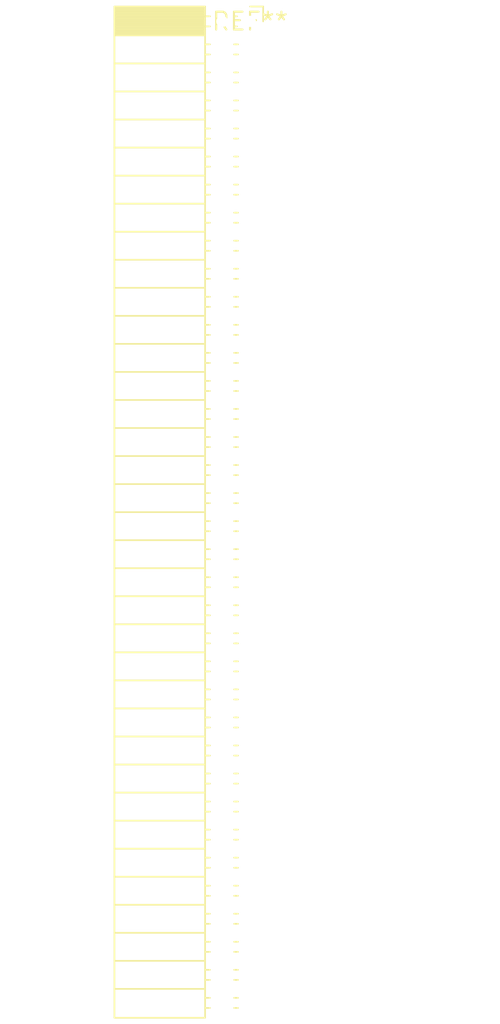
<source format=kicad_pcb>
(kicad_pcb (version 20240108) (generator pcbnew)
  (layers (0 "F.Cu" signal) (31 "B.Cu" signal) (34 "B.Paste" user) (35 "F.Paste" user) (36 "B.SilkS" user "B.Silkscreen") (37 "F.SilkS" user "F.Silkscreen") (38 "B.Mask" user) (39 "F.Mask" user) (44 "Edge.Cuts" user))
  (net 0 "")
  (footprint "PinSocket_2x36_P2.00mm_Horizontal" (layer "F.Cu") (at 0 0)
    (property "Reference" "REF**")
    (property "Value" "PinSocket_2x36_P2.00mm_Horizontal")
    (fp_line (start -9.68 -1.06) (end -9.68 71.06) (layer "F.SilkS") (stroke (width 0.12)))
    (fp_line (start -9.68 -1.06) (end -3.21 -1.06) (layer "F.SilkS") (stroke (width 0.12)))
    (fp_line (start -9.68 -0.94) (end -3.21 -0.94) (layer "F.SilkS") (stroke (width 0.12)))
    (fp_line (start -9.68 -0.825882) (end -3.21 -0.825882) (layer "F.SilkS") (stroke (width 0.12)))
    (fp_line (start -9.68 -0.711764) (end -3.21 -0.711764) (layer "F.SilkS") (stroke (width 0.12)))
    (fp_line (start -9.68 -0.597646) (end -3.21 -0.597646) (layer "F.SilkS") (stroke (width 0.12)))
    (fp_line (start -9.68 -0.483528) (end -3.21 -0.483528) (layer "F.SilkS") (stroke (width 0.12)))
    (fp_line (start -9.68 -0.36941) (end -3.21 -0.36941) (layer "F.SilkS") (stroke (width 0.12)))
    (fp_line (start -9.68 -0.255292) (end -3.21 -0.255292) (layer "F.SilkS") (stroke (width 0.12)))
    (fp_line (start -9.68 -0.141174) (end -3.21 -0.141174) (layer "F.SilkS") (stroke (width 0.12)))
    (fp_line (start -9.68 -0.027056) (end -3.21 -0.027056) (layer "F.SilkS") (stroke (width 0.12)))
    (fp_line (start -9.68 0.087062) (end -3.21 0.087062) (layer "F.SilkS") (stroke (width 0.12)))
    (fp_line (start -9.68 0.20118) (end -3.21 0.20118) (layer "F.SilkS") (stroke (width 0.12)))
    (fp_line (start -9.68 0.315298) (end -3.21 0.315298) (layer "F.SilkS") (stroke (width 0.12)))
    (fp_line (start -9.68 0.429416) (end -3.21 0.429416) (layer "F.SilkS") (stroke (width 0.12)))
    (fp_line (start -9.68 0.543534) (end -3.21 0.543534) (layer "F.SilkS") (stroke (width 0.12)))
    (fp_line (start -9.68 0.657652) (end -3.21 0.657652) (layer "F.SilkS") (stroke (width 0.12)))
    (fp_line (start -9.68 0.77177) (end -3.21 0.77177) (layer "F.SilkS") (stroke (width 0.12)))
    (fp_line (start -9.68 0.885888) (end -3.21 0.885888) (layer "F.SilkS") (stroke (width 0.12)))
    (fp_line (start -9.68 1) (end -3.21 1) (layer "F.SilkS") (stroke (width 0.12)))
    (fp_line (start -9.68 3) (end -3.21 3) (layer "F.SilkS") (stroke (width 0.12)))
    (fp_line (start -9.68 5) (end -3.21 5) (layer "F.SilkS") (stroke (width 0.12)))
    (fp_line (start -9.68 7) (end -3.21 7) (layer "F.SilkS") (stroke (width 0.12)))
    (fp_line (start -9.68 9) (end -3.21 9) (layer "F.SilkS") (stroke (width 0.12)))
    (fp_line (start -9.68 11) (end -3.21 11) (layer "F.SilkS") (stroke (width 0.12)))
    (fp_line (start -9.68 13) (end -3.21 13) (layer "F.SilkS") (stroke (width 0.12)))
    (fp_line (start -9.68 15) (end -3.21 15) (layer "F.SilkS") (stroke (width 0.12)))
    (fp_line (start -9.68 17) (end -3.21 17) (layer "F.SilkS") (stroke (width 0.12)))
    (fp_line (start -9.68 19) (end -3.21 19) (layer "F.SilkS") (stroke (width 0.12)))
    (fp_line (start -9.68 21) (end -3.21 21) (layer "F.SilkS") (stroke (width 0.12)))
    (fp_line (start -9.68 23) (end -3.21 23) (layer "F.SilkS") (stroke (width 0.12)))
    (fp_line (start -9.68 25) (end -3.21 25) (layer "F.SilkS") (stroke (width 0.12)))
    (fp_line (start -9.68 27) (end -3.21 27) (layer "F.SilkS") (stroke (width 0.12)))
    (fp_line (start -9.68 29) (end -3.21 29) (layer "F.SilkS") (stroke (width 0.12)))
    (fp_line (start -9.68 31) (end -3.21 31) (layer "F.SilkS") (stroke (width 0.12)))
    (fp_line (start -9.68 33) (end -3.21 33) (layer "F.SilkS") (stroke (width 0.12)))
    (fp_line (start -9.68 35) (end -3.21 35) (layer "F.SilkS") (stroke (width 0.12)))
    (fp_line (start -9.68 37) (end -3.21 37) (layer "F.SilkS") (stroke (width 0.12)))
    (fp_line (start -9.68 39) (end -3.21 39) (layer "F.SilkS") (stroke (width 0.12)))
    (fp_line (start -9.68 41) (end -3.21 41) (layer "F.SilkS") (stroke (width 0.12)))
    (fp_line (start -9.68 43) (end -3.21 43) (layer "F.SilkS") (stroke (width 0.12)))
    (fp_line (start -9.68 45) (end -3.21 45) (layer "F.SilkS") (stroke (width 0.12)))
    (fp_line (start -9.68 47) (end -3.21 47) (layer "F.SilkS") (stroke (width 0.12)))
    (fp_line (start -9.68 49) (end -3.21 49) (layer "F.SilkS") (stroke (width 0.12)))
    (fp_line (start -9.68 51) (end -3.21 51) (layer "F.SilkS") (stroke (width 0.12)))
    (fp_line (start -9.68 53) (end -3.21 53) (layer "F.SilkS") (stroke (width 0.12)))
    (fp_line (start -9.68 55) (end -3.21 55) (layer "F.SilkS") (stroke (width 0.12)))
    (fp_line (start -9.68 57) (end -3.21 57) (layer "F.SilkS") (stroke (width 0.12)))
    (fp_line (start -9.68 59) (end -3.21 59) (layer "F.SilkS") (stroke (width 0.12)))
    (fp_line (start -9.68 61) (end -3.21 61) (layer "F.SilkS") (stroke (width 0.12)))
    (fp_line (start -9.68 63) (end -3.21 63) (layer "F.SilkS") (stroke (width 0.12)))
    (fp_line (start -9.68 65) (end -3.21 65) (layer "F.SilkS") (stroke (width 0.12)))
    (fp_line (start -9.68 67) (end -3.21 67) (layer "F.SilkS") (stroke (width 0.12)))
    (fp_line (start -9.68 69) (end -3.21 69) (layer "F.SilkS") (stroke (width 0.12)))
    (fp_line (start -9.68 71.06) (end -3.21 71.06) (layer "F.SilkS") (stroke (width 0.12)))
    (fp_line (start -3.21 -1.06) (end -3.21 71.06) (layer "F.SilkS") (stroke (width 0.12)))
    (fp_line (start -3.21 -0.36) (end -2.862917 -0.36) (layer "F.SilkS") (stroke (width 0.12)))
    (fp_line (start -3.21 0.36) (end -2.862917 0.36) (layer "F.SilkS") (stroke (width 0.12)))
    (fp_line (start -3.21 1.64) (end -2.862917 1.64) (layer "F.SilkS") (stroke (width 0.12)))
    (fp_line (start -3.21 2.36) (end -2.862917 2.36) (layer "F.SilkS") (stroke (width 0.12)))
    (fp_line (start -3.21 3.64) (end -2.862917 3.64) (layer "F.SilkS") (stroke (width 0.12)))
    (fp_line (start -3.21 4.36) (end -2.862917 4.36) (layer "F.SilkS") (stroke (width 0.12)))
    (fp_line (start -3.21 5.64) (end -2.862917 5.64) (layer "F.SilkS") (stroke (width 0.12)))
    (fp_line (start -3.21 6.36) (end -2.862917 6.36) (layer "F.SilkS") (stroke (width 0.12)))
    (fp_line (start -3.21 7.64) (end -2.862917 7.64) (layer "F.SilkS") (stroke (width 0.12)))
    (fp_line (start -3.21 8.36) (end -2.862917 8.36) (layer "F.SilkS") (stroke (width 0.12)))
    (fp_line (start -3.21 9.64) (end -2.862917 9.64) (layer "F.SilkS") (stroke (width 0.12)))
    (fp_line (start -3.21 10.36) (end -2.862917 10.36) (layer "F.SilkS") (stroke (width 0.12)))
    (fp_line (start -3.21 11.64) (end -2.862917 11.64) (layer "F.SilkS") (stroke (width 0.12)))
    (fp_line (start -3.21 12.36) (end -2.862917 12.36) (layer "F.SilkS") (stroke (width 0.12)))
    (fp_line (start -3.21 13.64) (end -2.862917 13.64) (layer "F.SilkS") (stroke (width 0.12)))
    (fp_line (start -3.21 14.36) (end -2.862917 14.36) (layer "F.SilkS") (stroke (width 0.12)))
    (fp_line (start -3.21 15.64) (end -2.862917 15.64) (layer "F.SilkS") (stroke (width 0.12)))
    (fp_line (start -3.21 16.36) (end -2.862917 16.36) (layer "F.SilkS") (stroke (width 0.12)))
    (fp_line (start -3.21 17.64) (end -2.862917 17.64) (layer "F.SilkS") (stroke (width 0.12)))
    (fp_line (start -3.21 18.36) (end -2.862917 18.36) (layer "F.SilkS") (stroke (width 0.12)))
    (fp_line (start -3.21 19.64) (end -2.862917 19.64) (layer "F.SilkS") (stroke (width 0.12)))
    (fp_line (start -3.21 20.36) (end -2.862917 20.36) (layer "F.SilkS") (stroke (width 0.12)))
    (fp_line (start -3.21 21.64) (end -2.862917 21.64) (layer "F.SilkS") (stroke (width 0.12)))
    (fp_line (start -3.21 22.36) (end -2.862917 22.36) (layer "F.SilkS") (stroke (width 0.12)))
    (fp_line (start -3.21 23.64) (end -2.862917 23.64) (layer "F.SilkS") (stroke (width 0.12)))
    (fp_line (start -3.21 24.36) (end -2.862917 24.36) (layer "F.SilkS") (stroke (width 0.12)))
    (fp_line (start -3.21 25.64) (end -2.862917 25.64) (layer "F.SilkS") (stroke (width 0.12)))
    (fp_line (start -3.21 26.36) (end -2.862917 26.36) (layer "F.SilkS") (stroke (width 0.12)))
    (fp_line (start -3.21 27.64) (end -2.862917 27.64) (layer "F.SilkS") (stroke (width 0.12)))
    (fp_line (start -3.21 28.36) (end -2.862917 28.36) (layer "F.SilkS") (stroke (width 0.12)))
    (fp_line (start -3.21 29.64) (end -2.862917 29.64) (layer "F.SilkS") (stroke (width 0.12)))
    (fp_line (start -3.21 30.36) (end -2.862917 30.36) (layer "F.SilkS") (stroke (width 0.12)))
    (fp_line (start -3.21 31.64) (end -2.862917 31.64) (layer "F.SilkS") (stroke (width 0.12)))
    (fp_line (start -3.21 32.36) (end -2.862917 32.36) (layer "F.SilkS") (stroke (width 0.12)))
    (fp_line (start -3.21 33.64) (end -2.862917 33.64) (layer "F.SilkS") (stroke (width 0.12)))
    (fp_line (start -3.21 34.36) (end -2.862917 34.36) (layer "F.SilkS") (stroke (width 0.12)))
    (fp_line (start -3.21 35.64) (end -2.862917 35.64) (layer "F.SilkS") (stroke (width 0.12)))
    (fp_line (start -3.21 36.36) (end -2.862917 36.36) (layer "F.SilkS") (stroke (width 0.12)))
    (fp_line (start -3.21 37.64) (end -2.862917 37.64) (layer "F.SilkS") (stroke (width 0.12)))
    (fp_line (start -3.21 38.36) (end -2.862917 38.36) (layer "F.SilkS") (stroke (width 0.12)))
    (fp_line (start -3.21 39.64) (end -2.862917 39.64) (layer "F.SilkS") (stroke (width 0.12)))
    (fp_line (start -3.21 40.36) (end -2.862917 40.36) (layer "F.SilkS") (stroke (width 0.12)))
    (fp_line (start -3.21 41.64) (end -2.862917 41.64) (layer "F.SilkS") (stroke (width 0.12)))
    (fp_line (start -3.21 42.36) (end -2.862917 42.36) (layer "F.SilkS") (stroke (width 0.12)))
    (fp_line (start -3.21 43.64) (end -2.862917 43.64) (layer "F.SilkS") (stroke (width 0.12)))
    (fp_line (start -3.21 44.36) (end -2.862917 44.36) (layer "F.SilkS") (stroke (width 0.12)))
    (fp_line (start -3.21 45.64) (end -2.862917 45.64) (layer "F.SilkS") (stroke (width 0.12)))
    (fp_line (start -3.21 46.36) (end -2.862917 46.36) (layer "F.SilkS") (stroke (width 0.12)))
    (fp_line (start -3.21 47.64) (end -2.862917 47.64) (layer "F.SilkS") (stroke (width 0.12)))
    (fp_line (start -3.21 48.36) (end -2.862917 48.36) (layer "F.SilkS") (stroke (width 0.12)))
    (fp_line (start -3.21 49.64) (end -2.862917 49.64) (layer "F.SilkS") (stroke (width 0.12)))
    (fp_line (start -3.21 50.36) (end -2.862917 50.36) (layer "F.SilkS") (stroke (width 0.12)))
    (fp_line (start -3.21 51.64) (end -2.862917 51.64) (layer "F.SilkS") (stroke (width 0.12)))
    (fp_line (start -3.21 52.36) (end -2.862917 52.36) (layer "F.SilkS") (stroke (width 0.12)))
    (fp_line (start -3.21 53.64) (end -2.862917 53.64) (layer "F.SilkS") (stroke (width 0.12)))
    (fp_line (start -3.21 54.36) (end -2.862917 54.36) (layer "F.SilkS") (stroke (width 0.12)))
    (fp_line (start -3.21 55.64) (end -2.862917 55.64) (layer "F.SilkS") (stroke (width 0.12)))
    (fp_line (start -3.21 56.36) (end -2.862917 56.36) (layer "F.SilkS") (stroke (width 0.12)))
    (fp_line (start -3.21 57.64) (end -2.862917 57.64) (layer "F.SilkS") (stroke (width 0.12)))
    (fp_line (start -3.21 58.36) (end -2.862917 58.36) (layer "F.SilkS") (stroke (width 0.12)))
    (fp_line (start -3.21 59.64) (end -2.862917 59.64) (layer "F.SilkS") (stroke (width 0.12)))
    (fp_line (start -3.21 60.36) (end -2.862917 60.36) (layer "F.SilkS") (stroke (width 0.12)))
    (fp_line (start -3.21 61.64) (end -2.862917 61.64) (layer "F.SilkS") (stroke (width 0.12)))
    (fp_line (start -3.21 62.36) (end -2.862917 62.36) (layer "F.SilkS") (stroke (width 0.12)))
    (fp_line (start -3.21 63.64) (end -2.862917 63.64) (layer "F.SilkS") (stroke (width 0.12)))
    (fp_line (start -3.21 64.36) (end -2.862917 64.36) (layer "F.SilkS") (stroke (width 0.12)))
    (fp_line (start -3.21 65.64) (end -2.862917 65.64) (layer "F.SilkS") (stroke (width 0.12)))
    (fp_line (start -3.21 66.36) (end -2.862917 66.36) (layer "F.SilkS") (stroke (width 0.12)))
    (fp_line (start -3.21 67.64) (end -2.862917 67.64) (layer "F.SilkS") (stroke (width 0.12)))
    (fp_line (start -3.21 68.36) (end -2.862917 68.36) (layer "F.SilkS") (stroke (width 0.12)))
    (fp_line (start -3.21 69.64) (end -2.862917 69.64) (layer "F.SilkS") (stroke (width 0.12)))
    (fp_line (start -3.21 70.36) (end -2.862917 70.36) (layer "F.SilkS") (stroke (width 0.12)))
    (fp_line (start -1.137083 -0.36) (end -0.935 -0.36) (layer "F.SilkS") (stroke (width 0.12)))
    (fp_line (start -1.137083 0.36) (end -0.935 0.36) (layer "F.SilkS") (stroke (width 0.12)))
    (fp_line (start -1.137083 1.64) (end -0.862917 1.64) (layer "F.SilkS") (stroke (width 0.12)))
    (fp_line (start -1.137083 2.36) (end -0.862917 2.36) (layer "F.SilkS") (stroke (width 0.12)))
    (fp_line (start -1.137083 3.64) (end -0.862917 3.64) (layer "F.SilkS") (stroke (width 0.12)))
    (fp_line (start -1.137083 4.36) (end -0.862917 4.36) (layer "F.SilkS") (stroke (width 0.12)))
    (fp_line (start -1.137083 5.64) (end -0.862917 5.64) (layer "F.SilkS") (stroke (width 0.12)))
    (fp_line (start -1.137083 6.36) (end -0.862917 6.36) (layer "F.SilkS") (stroke (width 0.12)))
    (fp_line (start -1.137083 7.64) (end -0.862917 7.64) (layer "F.SilkS") (stroke (width 0.12)))
    (fp_line (start -1.137083 8.36) (end -0.862917 8.36) (layer "F.SilkS") (stroke (width 0.12)))
    (fp_line (start -1.137083 9.64) (end -0.862917 9.64) (layer "F.SilkS") (stroke (width 0.12)))
    (fp_line (start -1.137083 10.36) (end -0.862917 10.36) (layer "F.SilkS") (stroke (width 0.12)))
    (fp_line (start -1.137083 11.64) (end -0.862917 11.64) (layer "F.SilkS") (stroke (width 0.12)))
    (fp_line (start -1.137083 12.36) (end -0.862917 12.36) (layer "F.SilkS") (stroke (width 0.12)))
    (fp_line (start -1.137083 13.64) (end -0.862917 13.64) (layer "F.SilkS") (stroke (width 0.12)))
    (fp_line (start -1.137083 14.36) (end -0.862917 14.36) (layer "F.SilkS") (stroke (width 0.12)))
    (fp_line (start -1.137083 15.64) (end -0.862917 15.64) (layer "F.SilkS") (stroke (width 0.12)))
    (fp_line (start -1.137083 16.36) (end -0.862917 16.36) (layer "F.SilkS") (stroke (width 0.12)))
    (fp_line (start -1.137083 17.64) (end -0.862917 17.64) (layer "F.SilkS") (stroke (width 0.12)))
    (fp_line (start -1.137083 18.36) (end -0.862917 18.36) (layer "F.SilkS") (stroke (width 0.12)))
    (fp_line (start -1.137083 19.64) (end -0.862917 19.64) (layer "F.SilkS") (stroke (width 0.12)))
    (fp_line (start -1.137083 20.36) (end -0.862917 20.36) (layer "F.SilkS") (stroke (width 0.12)))
    (fp_line (start -1.137083 21.64) (end -0.862917 21.64) (layer "F.SilkS") (stroke (width 0.12)))
    (fp_line (start -1.137083 22.36) (end -0.862917 22.36) (layer "F.SilkS") (stroke (width 0.12)))
    (fp_line (start -1.137083 23.64) (end -0.862917 23.64) (layer "F.SilkS") (stroke (width 0.12)))
    (fp_line (start -1.137083 24.36) (end -0.862917 24.36) (layer "F.SilkS") (stroke (width 0.12)))
    (fp_line (start -1.137083 25.64) (end -0.862917 25.64) (layer "F.SilkS") (stroke (width 0.12)))
    (fp_line (start -1.137083 26.36) (end -0.862917 26.36) (layer "F.SilkS") (stroke (width 0.12)))
    (fp_line (start -1.137083 27.64) (end -0.862917 27.64) (layer "F.SilkS") (stroke (width 0.12)))
    (fp_line (start -1.137083 28.36) (end -0.862917 28.36) (layer "F.SilkS") (stroke (width 0.12)))
    (fp_line (start -1.137083 29.64) (end -0.862917 29.64) (layer "F.SilkS") (stroke (width 0.12)))
    (fp_line (start -1.137083 30.36) (end -0.862917 30.36) (layer "F.SilkS") (stroke (width 0.12)))
    (fp_line (start -1.137083 31.64) (end -0.862917 31.64) (layer "F.SilkS") (stroke (width 0.12)))
    (fp_line (start -1.137083 32.36) (end -0.862917 32.36) (layer "F.SilkS") (stroke (width 0.12)))
    (fp_line (start -1.137083 33.64) (end -0.862917 33.64) (layer "F.SilkS") (stroke (width 0.12)))
    (fp_line (start -1.137083 34.36) (end -0.862917 34.36) (layer "F.SilkS") (stroke (width 0.12)))
    (fp_line (start -1.137083 35.64) (end -0.862917 35.64) (layer "F.SilkS") (stroke (width 0.12)))
    (fp_line (start -1.137083 36.36) (end -0.862917 36.36) (layer "F.SilkS") (stroke (width 0.12)))
    (fp_line (start -1.137083 37.64) (end -0.862917 37.64) (layer "F.SilkS") (stroke (width 0.12)))
    (fp_line (start -1.137083 38.36) (end -0.862917 38.36) (layer "F.SilkS") (stroke (width 0.12)))
    (fp_line (start -1.137083 39.64) (end -0.862917 39.64) (layer "F.SilkS") (stroke (width 0.12)))
    (fp_line (start -1.137083 40.36) (end -0.862917 40.36) (layer "F.SilkS") (stroke (width 0.12)))
    (fp_line (start -1.137083 41.64) (end -0.862917 41.64) (layer "F.SilkS") (stroke (width 0.12)))
    (fp_line (start -1.137083 42.36) (end -0.862917 42.36) (layer "F.SilkS") (stroke (width 0.12)))
    (fp_line (start -1.137083 43.64) (end -0.862917 43.64) (layer "F.SilkS") (stroke (width 0.12)))
    (fp_line (start -1.137083 44.36) (end -0.862917 44.36) (layer "F.SilkS") (stroke (width 0.12)))
    (fp_line (start -1.137083 45.64) (end -0.862917 45.64) (layer "F.SilkS") (stroke (width 0.12)))
    (fp_line (start -1.137083 46.36) (end -0.862917 46.36) (layer "F.SilkS") (stroke (width 0.12)))
    (fp_line (start -1.137083 47.64) (end -0.862917 47.64) (layer "F.SilkS") (stroke (width 0.12)))
    (fp_line (start -1.137083 48.36) (end -0.862917 48.36) (layer "F.SilkS") (stroke (width 0.12)))
    (fp_line (start -1.137083 49.64) (end -0.862917 49.64) (layer "F.SilkS") (stroke (width 0.12)))
    (fp_line (start -1.137083 50.36) (end -0.862917 50.36) (layer "F.SilkS") (stroke (width 0.12)))
    (fp_line (start -1.137083 51.64) (end -0.862917 51.64) (layer "F.SilkS") (stroke (width 0.12)))
    (fp_line (start -1.137083 52.36) (end -0.862917 52.36) (layer "F.SilkS") (stroke (width 0.12)))
    (fp_line (start -1.137083 53.64) (end -0.862917 53.64) (layer "F.SilkS") (stroke (width 0.12)))
    (fp_line (start -1.137083 54.36) (end -0.862917 54.36) (layer "F.SilkS") (stroke (width 0.12)))
    (fp_line (start -1.137083 55.64) (end -0.862917 55.64) (layer "F.SilkS") (stroke (width 0.12)))
    (fp_line (start -1.137083 56.36) (end -0.862917 56.36) (layer "F.SilkS") (stroke (width 0.12)))
    (fp_line (start -1.137083 57.64) (end -0.862917 57.64) (layer "F.SilkS") (stroke (width 0.12)))
    (fp_line (start -1.137083 58.36) (end -0.862917 58.36) (layer "F.SilkS") (stroke (width 0.12)))
    (fp_line (start -1.137083 59.64) (end -0.862917 59.64) (layer "F.SilkS") (stroke (width 0.12)))
    (fp_line (start -1.137083 60.36) (end -0.862917 60.36) (layer "F.SilkS") (stroke (width 0.12)))
    (fp_line (start -1.137083 61.64) (end -0.862917 61.64) (layer "F.SilkS") (stroke (width 0.12)))
    (fp_line (start -1.137083 62.36) (end -0.862917 62.36) (layer "F.SilkS") (stroke (width 0.12)))
    (fp_line (start -1.137083 63.64) (end -0.862917 63.64) (layer "F.SilkS") (stroke (width 0.12)))
    (fp_line (start -1.137083 64.36) (end -0.862917 64.36) (layer "F.SilkS") (stroke (width 0.12)))
    (fp_line (start -1.137083 65.64) (end -0.862917 65.64) (layer "F.SilkS") (stroke (width 0.12)))
    (fp_line (start -1.137083 66.36) (end -0.862917 66.36) (layer "F.SilkS") (stroke (width 0.12)))
    (fp_line (start -1.137083 67.64) (end -0.862917 67.64) (layer "F.SilkS") (stroke (width 0.12)))
    (fp_line (start -1.137083 68.36) (end -0.862917 68.36) (layer "F.SilkS") (stroke (width 0.12)))
    (fp_line (start -1.137083 69.64) (end -0.862917 69.64) (layer "F.SilkS") (stroke (width 0.12)))
    (fp_line (start -1.137083 70.36) (end -0.862917 70.36) (layer "F.SilkS") (stroke (width 0.12)))
    (fp_line (start 0 -1.06) (end 0.935 -1.06) (layer "F.SilkS") (stroke (width 0.12)))
    (fp_line (start 0.935 -1.06) (end 0.935 0) (layer "F.SilkS") (stroke (width 0.12)))
    (pad "1" thru_hole rect (at 0 0) (size 1.35 1.35) (drill 0.8) (layers *.Cu *.Mask) (remove_unused_layers))
    (pad "2" thru_hole oval (at -2 0) (size 1.35 1.35) (drill 0.8) (layers *.Cu *.Mask) (remove_unused_layers))
    (pad "3" thru_hole oval (at 0 2) (size 1.35 1.35) (drill 0.8) (layers *.Cu *.Mask) (remove_unused_layers))
    (pad "4" thru_hole oval (at -2 2) (size 1.35 1.35) (drill 0.8) (layers *.Cu *.Mask) (remove_unused_layers))
    (pad "5" thru_hole oval (at 0 4) (size 1.35 1.35) (drill 0.8) (layers *.Cu *.Mask) (remove_unused_layers))
    (pad "6" thru_hole oval (at -2 4) (size 1.35 1.35) (drill 0.8) (layers *.Cu *.Mask) (remove_unused_layers))
    (pad "7" thru_hole oval (at 0 6) (size 1.35 1.35) (drill 0.8) (layers *.Cu *.Mask) (remove_unused_layers))
    (pad "8" thru_hole oval (at -2 6) (size 1.35 1.35) (drill 0.8) (layers *.Cu *.Mask) (remove_unused_layers))
    (pad "9" thru_hole oval (at 0 8) (size 1.35 1.35) (drill 0.8) (layers *.Cu *.Mask) (remove_unused_layers))
    (pad "10" thru_hole oval (at -2 8) (size 1.35 1.35) (drill 0.8) (layers *.Cu *.Mask) (remove_unused_layers))
    (pad "11" thru_hole oval (at 0 10) (size 1.35 1.35) (drill 0.8) (layers *.Cu *.Mask) (remove_unused_layers))
    (pad "12" thru_hole oval (at -2 10) (size 1.35 1.35) (drill 0.8) (layers *.Cu *.Mask) (remove_unused_layers))
    (pad "13" thru_hole oval (at 0 12) (size 1.35 1.35) (drill 0.8) (layers *.Cu *.Mask) (remove_unused_layers))
    (pad "14" thru_hole oval (at -2 12) (size 1.35 1.35) (drill 0.8) (layers *.Cu *.Mask) (remove_unused_layers))
    (pad "15" thru_hole oval (at 0 14) (size 1.35 1.35) (drill 0.8) (layers *.Cu *.Mask) (remove_unused_layers))
    (pad "16" thru_hole oval (at -2 14) (size 1.35 1.35) (drill 0.8) (layers *.Cu *.Mask) (remove_unused_layers))
    (pad "17" thru_hole oval (at 0 16) (size 1.35 1.35) (drill 0.8) (layers *.Cu *.Mask) (remove_unused_layers))
    (pad "18" thru_hole oval (at -2 16) (size 1.35 1.35) (drill 0.8) (layers *.Cu *.Mask) (remove_unused_layers))
    (pad "19" thru_hole oval (at 0 18) (size 1.35 1.35) (drill 0.8) (layers *.Cu *.Mask) (remove_unused_layers))
    (pad "20" thru_hole oval (at -2 18) (size 1.35 1.35) (drill 0.8) (layers *.Cu *.Mask) (remove_unused_layers))
    (pad "21" thru_hole oval (at 0 20) (size 1.35 1.35) (drill 0.8) (layers *.Cu *.Mask) (remove_unused_layers))
    (pad "22" thru_hole oval (at -2 20) (size 1.35 1.35) (drill 0.8) (layers *.Cu *.Mask) (remove_unused_layers))
    (pad "23" thru_hole oval (at 0 22) (size 1.35 1.35) (drill 0.8) (layers *.Cu *.Mask) (remove_unused_layers))
    (pad "24" thru_hole oval (at -2 22) (size 1.35 1.35) (drill 0.8) (layers *.Cu *.Mask) (remove_unused_layers))
    (pad "25" thru_hole oval (at 0 24) (size 1.35 1.35) (drill 0.8) (layers *.Cu *.Mask) (remove_unused_layers))
    (pad "26" thru_hole oval (at -2 24) (size 1.35 1.35) (drill 0.8) (layers *.Cu *.Mask) (remove_unused_layers))
    (pad "27" thru_hole oval (at 0 26) (size 1.35 1.35) (drill 0.8) (layers *.Cu *.Mask) (remove_unused_layers))
    (pad "28" thru_hole oval (at -2 26) (size 1.35 1.35) (drill 0.8) (layers *.Cu *.Mask) (remove_unused_layers))
    (pad "29" thru_hole oval (at 0 28) (size 1.35 1.35) (drill 0.8) (layers *.Cu *.Mask) (remove_unused_layers))
    (pad "30" thru_hole oval (at -2 28) (size 1.35 1.35) (drill 0.8) (layers *.Cu *.Mask) (remove_unused_layers))
    (pad "31" thru_hole oval (at 0 30) (size 1.35 1.35) (drill 0.8) (layers *.Cu *.Mask) (remove_unused_layers))
    (pad "32" thru_hole oval (at -2 30) (size 1.35 1.35) (drill 0.8) (layers *.Cu *.Mask) (remove_unused_layers))
    (pad "33" thru_hole oval (at 0 32) (size 1.35 1.35) (drill 0.8) (layers *.Cu *.Mask) (remove_unused_layers))
    (pad "34" thru_hole oval (at -2 32) (size 1.35 1.35) (drill 0.8) (layers *.Cu *.Mask) (remove_unused_layers))
    (pad "35" thru_hole oval (at 0 34) (size 1.35 1.35) (drill 0.8) (layers *.Cu *.Mask) (remove_unused_layers))
    (pad "36" thru_hole oval (at -2 34) (size 1.35 1.35) (drill 0.8) (layers *.Cu *.Mask) (remove_unused_layers))
    (pad "37" thru_hole oval (at 0 36) (size 1.35 1.35) (drill 0.8) (layers *.Cu *.Mask) (remove_unused_layers))
    (pad "38" thru_hole oval (at -2 36) (size 1.35 1.35) (drill 0.8) (layers *.Cu *.Mask) (remove_unused_layers))
    (pad "39" thru_hole oval (at 0 38) (size 1.35 1.35) (drill 0.8) (layers *.Cu *.Mask) (remove_unused_layers))
    (pad "40" thru_hole oval (at -2 38) (size 1.35 1.35) (drill 0.8) (layers *.Cu *.Mask) (remove_unused_layers))
    (pad "41" thru_hole oval (at 0 40) (size 1.35 1.35) (drill 0.8) (layers *.Cu *.Mask) (remove_unused_layers))
    (pad "42" thru_hole oval (at -2 40) (size 1.35 1.35) (drill 0.8) (layers *.Cu *.Mask) (remove_unused_layers))
    (pad "43" thru_hole oval (at 0 42) (size 1.35 1.35) (drill 0.8) (layers *.Cu *.Mask) (remove_unused_layers))
    (pad "44" thru_hole oval (at -2 42) (size 1.35 1.35) (drill 0.8) (layers *.Cu *.Mask) (remove_unused_layers))
    (pad "45" thru_hole oval (at 0 44) (size 1.35 1.35) (drill 0.8) (layers *.Cu *.Mask) (remove_unused_layers))
    (pad "46" thru_hole oval (at -2 44) (size 1.35 1.35) (drill 0.8) (layers *.Cu *.Mask) (remove_unused_layers))
    (pad "47" thru_hole oval (at 0 46) (size 1.35 1.35) (drill 0.8) (layers *.Cu *.Mask) (remove_unused_layers))
    (pad "48" thru_hole oval (at -2 46) (size 1.35 1.35) (drill 0.8) (layers *.Cu *.Mask) (remove_unused_layers))
    (pad "49" thru_hole oval (at 0 48) (size 1.35 1.35) (drill 0.8) (layers *.Cu *.Mask) (remove_unused_layers))
    (pad "50" thru_hole oval (at -2 48) (size 1.35 1.35) (drill 0.8) (layers *.Cu *.Mask) (remove_unused_layers))
    (pad "51" thru_hole oval (at 0 50) (size 1.35 1.35) (drill 0.8) (layers *.Cu *.Mask) (remove_unused_layers))
    (pad "52" thru_hole oval (at -2 50) (size 1.35 1.35) (drill 0.8) (layers *.Cu *.Mask) (remove_unused_layers))
    (pad "53" thru_hole oval (at 0 52) (size 1.35 1.35) (drill 0.8) (layers *.Cu *.Mask) (remove_unused_layers))
    (pad "54" thru_hole oval (at -2 52) (size 1.35 1.35) (drill 0.8) (layers *.Cu *.Mask) (remove_unused_layers))
    (pad "55" thru_hole oval (at 0 54) (size 1.35 1.35) (drill 0.8) (layers *.Cu *.Mask) (remove_unused_layers))
    (pad "56" thru_hole oval (at -2 54) (size 1.35 1.35) (drill 0.8) (layers *.Cu *.Mask) (remove_unused_layers))
    (pad "57" thru_hole oval (at 0 56) (size 1.35 1.35) (drill 0.8) (layers *.Cu *.Mask) (remove_unused_layers))
    (pad "58" thru_hole oval (at -2 56) (size 1.35 1.35) (drill 0.8) (layers *.Cu *.Mask) (remove_unused_layers))
    (pad "59" thru_hole oval (at 0 58) (size 1.35 1.35) (drill 0.8) (layers *.Cu *.Mask) (remove_unused_layers))
    (pad "60" thru_hole oval (at -2 58) (size 1.35 1.35) (drill 0.8) (layers *.Cu *.Mask) (remove_unused_layers))
    (pad "61" thru_hole oval (at 0 60) (size 1.35 1.35) (drill 0.8) (layers *.Cu *.Mask) (remove_unused_layers))
    (pad "62" thru_hole oval (at -2 60) (size 1.35 1.35) (drill 0.8) (layers *.Cu *.Mask) (remove_unused_layers))
    (pad "63" thru_hole oval (at 0 62) (size 1.35 1.35) (drill 0.8) (layers *.Cu *.Mask) (remove_unused_layers))
    (pad "64" thru_hole oval (at -2 62) (size 1.35 1.35) (drill 0.8) (layers *.Cu *.Mask) (remove_unused_layers))
    (pad "65" thru_hole oval (at 0 64) (size 1.35 1.35) (drill 0.8) (layers *.Cu *.Mask) (remove_unused_layers))
    (pad "66" thru_hole oval (at -2 64) (size 1.35 1.35) (drill 0.8) (layers *.Cu *.Mask) (remove_unused_layers))
    (pad "67" thru_hole oval (at 0 66) (size 1.35 1.35) (drill 0.8) (layers *.Cu *.Mask) (remove_unused_layers))
    (pad "68" thru_hole oval (at -2 66) (size 1.35 1.35) (drill 0.8) (layers *.Cu *.Mask) (remove_unused_layers))
    (pad "69" thru_hole oval (at 0 68) (size 1.35 1.35) (drill 0.8) (layers *.Cu *.Mask) (remove_unused_layers))
    (pad "70" thru_hole oval (at -2 68) (size 1.35 1.35) (drill 0.8) (layers *.Cu *.Mask) (remove_unused_layers))
    (pad "71" thru_hole oval (at 0 70) (size 1.35 1.35) (drill 0.8) (layers *.Cu *.Mask) (remove_unused_layers))
    (pad "72" thru_hole oval (at -2 70) (size 1.35 1.35) (drill 0.8) (layers *.Cu *.Mask) (remove_unused_layers))
  )
)
</source>
